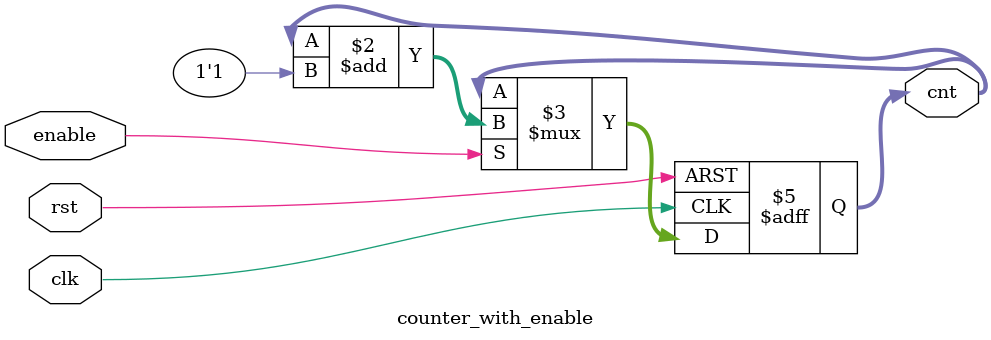
<source format=sv>

`include "config.svh"

module counter_with_enable
# (
  parameter w = 24
)
(
  input  clk,
  input  rst,
  input  enable,
  output logic [w - 1:0] cnt
);

  always_ff @ (posedge clk or posedge rst)
    if (rst)
      cnt <= '0;
    else if (enable)
      cnt <= cnt + 1'd1;

endmodule

</source>
